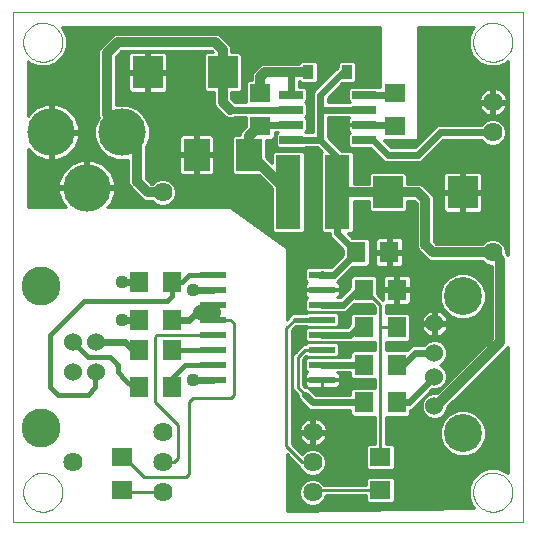
<source format=gtl>
G75*
G70*
%OFA0B0*%
%FSLAX24Y24*%
%IPPOS*%
%LPD*%
%AMOC8*
5,1,8,0,0,1.08239X$1,22.5*
%
%ADD10C,0.0000*%
%ADD11R,0.0866X0.0236*%
%ADD12C,0.0600*%
%ADD13C,0.1300*%
%ADD14C,0.1266*%
%ADD15R,0.0630X0.0709*%
%ADD16C,0.0640*%
%ADD17R,0.0709X0.0630*%
%ADD18C,0.1580*%
%ADD19R,0.1004X0.1063*%
%ADD20R,0.0800X0.0260*%
%ADD21R,0.0846X0.2480*%
%ADD22R,0.0850X0.1080*%
%ADD23R,0.0358X0.0480*%
%ADD24C,0.0100*%
%ADD25C,0.0240*%
%ADD26R,0.0436X0.0436*%
%ADD27C,0.0160*%
%ADD28C,0.0500*%
%ADD29C,0.0320*%
%ADD30C,0.0436*%
D10*
X003054Y000232D02*
X003054Y017232D01*
X020054Y017232D01*
X020054Y000232D01*
X003054Y000232D01*
X003404Y001232D02*
X003406Y001282D01*
X003412Y001332D01*
X003422Y001382D01*
X003435Y001430D01*
X003452Y001478D01*
X003473Y001524D01*
X003497Y001568D01*
X003525Y001610D01*
X003556Y001650D01*
X003590Y001687D01*
X003627Y001722D01*
X003666Y001753D01*
X003707Y001782D01*
X003751Y001807D01*
X003797Y001829D01*
X003844Y001847D01*
X003892Y001861D01*
X003941Y001872D01*
X003991Y001879D01*
X004041Y001882D01*
X004092Y001881D01*
X004142Y001876D01*
X004192Y001867D01*
X004240Y001855D01*
X004288Y001838D01*
X004334Y001818D01*
X004379Y001795D01*
X004422Y001768D01*
X004462Y001738D01*
X004500Y001705D01*
X004535Y001669D01*
X004568Y001630D01*
X004597Y001589D01*
X004623Y001546D01*
X004646Y001501D01*
X004665Y001454D01*
X004680Y001406D01*
X004692Y001357D01*
X004700Y001307D01*
X004704Y001257D01*
X004704Y001207D01*
X004700Y001157D01*
X004692Y001107D01*
X004680Y001058D01*
X004665Y001010D01*
X004646Y000963D01*
X004623Y000918D01*
X004597Y000875D01*
X004568Y000834D01*
X004535Y000795D01*
X004500Y000759D01*
X004462Y000726D01*
X004422Y000696D01*
X004379Y000669D01*
X004334Y000646D01*
X004288Y000626D01*
X004240Y000609D01*
X004192Y000597D01*
X004142Y000588D01*
X004092Y000583D01*
X004041Y000582D01*
X003991Y000585D01*
X003941Y000592D01*
X003892Y000603D01*
X003844Y000617D01*
X003797Y000635D01*
X003751Y000657D01*
X003707Y000682D01*
X003666Y000711D01*
X003627Y000742D01*
X003590Y000777D01*
X003556Y000814D01*
X003525Y000854D01*
X003497Y000896D01*
X003473Y000940D01*
X003452Y000986D01*
X003435Y001034D01*
X003422Y001082D01*
X003412Y001132D01*
X003406Y001182D01*
X003404Y001232D01*
X018404Y001232D02*
X018406Y001282D01*
X018412Y001332D01*
X018422Y001382D01*
X018435Y001430D01*
X018452Y001478D01*
X018473Y001524D01*
X018497Y001568D01*
X018525Y001610D01*
X018556Y001650D01*
X018590Y001687D01*
X018627Y001722D01*
X018666Y001753D01*
X018707Y001782D01*
X018751Y001807D01*
X018797Y001829D01*
X018844Y001847D01*
X018892Y001861D01*
X018941Y001872D01*
X018991Y001879D01*
X019041Y001882D01*
X019092Y001881D01*
X019142Y001876D01*
X019192Y001867D01*
X019240Y001855D01*
X019288Y001838D01*
X019334Y001818D01*
X019379Y001795D01*
X019422Y001768D01*
X019462Y001738D01*
X019500Y001705D01*
X019535Y001669D01*
X019568Y001630D01*
X019597Y001589D01*
X019623Y001546D01*
X019646Y001501D01*
X019665Y001454D01*
X019680Y001406D01*
X019692Y001357D01*
X019700Y001307D01*
X019704Y001257D01*
X019704Y001207D01*
X019700Y001157D01*
X019692Y001107D01*
X019680Y001058D01*
X019665Y001010D01*
X019646Y000963D01*
X019623Y000918D01*
X019597Y000875D01*
X019568Y000834D01*
X019535Y000795D01*
X019500Y000759D01*
X019462Y000726D01*
X019422Y000696D01*
X019379Y000669D01*
X019334Y000646D01*
X019288Y000626D01*
X019240Y000609D01*
X019192Y000597D01*
X019142Y000588D01*
X019092Y000583D01*
X019041Y000582D01*
X018991Y000585D01*
X018941Y000592D01*
X018892Y000603D01*
X018844Y000617D01*
X018797Y000635D01*
X018751Y000657D01*
X018707Y000682D01*
X018666Y000711D01*
X018627Y000742D01*
X018590Y000777D01*
X018556Y000814D01*
X018525Y000854D01*
X018497Y000896D01*
X018473Y000940D01*
X018452Y000986D01*
X018435Y001034D01*
X018422Y001082D01*
X018412Y001132D01*
X018406Y001182D01*
X018404Y001232D01*
X018404Y016232D02*
X018406Y016282D01*
X018412Y016332D01*
X018422Y016382D01*
X018435Y016430D01*
X018452Y016478D01*
X018473Y016524D01*
X018497Y016568D01*
X018525Y016610D01*
X018556Y016650D01*
X018590Y016687D01*
X018627Y016722D01*
X018666Y016753D01*
X018707Y016782D01*
X018751Y016807D01*
X018797Y016829D01*
X018844Y016847D01*
X018892Y016861D01*
X018941Y016872D01*
X018991Y016879D01*
X019041Y016882D01*
X019092Y016881D01*
X019142Y016876D01*
X019192Y016867D01*
X019240Y016855D01*
X019288Y016838D01*
X019334Y016818D01*
X019379Y016795D01*
X019422Y016768D01*
X019462Y016738D01*
X019500Y016705D01*
X019535Y016669D01*
X019568Y016630D01*
X019597Y016589D01*
X019623Y016546D01*
X019646Y016501D01*
X019665Y016454D01*
X019680Y016406D01*
X019692Y016357D01*
X019700Y016307D01*
X019704Y016257D01*
X019704Y016207D01*
X019700Y016157D01*
X019692Y016107D01*
X019680Y016058D01*
X019665Y016010D01*
X019646Y015963D01*
X019623Y015918D01*
X019597Y015875D01*
X019568Y015834D01*
X019535Y015795D01*
X019500Y015759D01*
X019462Y015726D01*
X019422Y015696D01*
X019379Y015669D01*
X019334Y015646D01*
X019288Y015626D01*
X019240Y015609D01*
X019192Y015597D01*
X019142Y015588D01*
X019092Y015583D01*
X019041Y015582D01*
X018991Y015585D01*
X018941Y015592D01*
X018892Y015603D01*
X018844Y015617D01*
X018797Y015635D01*
X018751Y015657D01*
X018707Y015682D01*
X018666Y015711D01*
X018627Y015742D01*
X018590Y015777D01*
X018556Y015814D01*
X018525Y015854D01*
X018497Y015896D01*
X018473Y015940D01*
X018452Y015986D01*
X018435Y016034D01*
X018422Y016082D01*
X018412Y016132D01*
X018406Y016182D01*
X018404Y016232D01*
X003404Y016232D02*
X003406Y016282D01*
X003412Y016332D01*
X003422Y016382D01*
X003435Y016430D01*
X003452Y016478D01*
X003473Y016524D01*
X003497Y016568D01*
X003525Y016610D01*
X003556Y016650D01*
X003590Y016687D01*
X003627Y016722D01*
X003666Y016753D01*
X003707Y016782D01*
X003751Y016807D01*
X003797Y016829D01*
X003844Y016847D01*
X003892Y016861D01*
X003941Y016872D01*
X003991Y016879D01*
X004041Y016882D01*
X004092Y016881D01*
X004142Y016876D01*
X004192Y016867D01*
X004240Y016855D01*
X004288Y016838D01*
X004334Y016818D01*
X004379Y016795D01*
X004422Y016768D01*
X004462Y016738D01*
X004500Y016705D01*
X004535Y016669D01*
X004568Y016630D01*
X004597Y016589D01*
X004623Y016546D01*
X004646Y016501D01*
X004665Y016454D01*
X004680Y016406D01*
X004692Y016357D01*
X004700Y016307D01*
X004704Y016257D01*
X004704Y016207D01*
X004700Y016157D01*
X004692Y016107D01*
X004680Y016058D01*
X004665Y016010D01*
X004646Y015963D01*
X004623Y015918D01*
X004597Y015875D01*
X004568Y015834D01*
X004535Y015795D01*
X004500Y015759D01*
X004462Y015726D01*
X004422Y015696D01*
X004379Y015669D01*
X004334Y015646D01*
X004288Y015626D01*
X004240Y015609D01*
X004192Y015597D01*
X004142Y015588D01*
X004092Y015583D01*
X004041Y015582D01*
X003991Y015585D01*
X003941Y015592D01*
X003892Y015603D01*
X003844Y015617D01*
X003797Y015635D01*
X003751Y015657D01*
X003707Y015682D01*
X003666Y015711D01*
X003627Y015742D01*
X003590Y015777D01*
X003556Y015814D01*
X003525Y015854D01*
X003497Y015896D01*
X003473Y015940D01*
X003452Y015986D01*
X003435Y016034D01*
X003422Y016082D01*
X003412Y016132D01*
X003406Y016182D01*
X003404Y016232D01*
D11*
X009743Y008482D03*
X009743Y007982D03*
X009743Y007482D03*
X009743Y006982D03*
X009743Y006482D03*
X009743Y005982D03*
X009743Y005482D03*
X009743Y004982D03*
X013365Y004982D03*
X013365Y005482D03*
X013365Y005982D03*
X013365Y006482D03*
X013365Y006982D03*
X013365Y007482D03*
X013365Y007982D03*
X013365Y008482D03*
D12*
X017109Y006860D03*
X017109Y005876D03*
X017109Y005088D03*
X017109Y004104D03*
X005834Y005240D03*
X005054Y005240D03*
X005054Y006224D03*
X005834Y006224D03*
D13*
X003984Y008102D03*
X003984Y003362D03*
D14*
X018054Y003198D03*
X018054Y007765D03*
D15*
X015855Y007982D03*
X014753Y007982D03*
X014753Y006732D03*
X015855Y006732D03*
X015855Y005482D03*
X014753Y005482D03*
X014753Y004232D03*
X015855Y004232D03*
X015605Y009232D03*
X014503Y009232D03*
X008355Y008232D03*
X007253Y008232D03*
X007253Y006982D03*
X007253Y005982D03*
X008355Y005982D03*
X008355Y006982D03*
X008355Y004732D03*
X007253Y004732D03*
D16*
X008054Y003232D03*
X008054Y002232D03*
X008054Y001232D03*
X005054Y002232D03*
X013054Y002232D03*
X013054Y001232D03*
X013054Y003232D03*
X019054Y009232D03*
X019054Y013232D03*
X019054Y014232D03*
X008054Y011232D03*
D17*
X011304Y013431D03*
X011304Y014533D03*
X015804Y014533D03*
X015804Y013431D03*
X015304Y002408D03*
X015304Y001306D03*
X006679Y001306D03*
X006679Y002408D03*
D18*
X005516Y011381D03*
X004335Y013232D03*
X006698Y013232D03*
D19*
X007556Y015232D03*
X010052Y015232D03*
X015556Y011232D03*
X018052Y011232D03*
D20*
X014764Y012982D03*
X014764Y013482D03*
X014764Y013982D03*
X014764Y014482D03*
X012344Y014482D03*
X012344Y013982D03*
X012344Y013482D03*
X012344Y012982D03*
D21*
X012237Y011232D03*
X013871Y011232D03*
D22*
X010924Y012482D03*
X009184Y012482D03*
D23*
X012910Y015232D03*
X014198Y015232D03*
D24*
X014507Y015210D02*
X015304Y015210D01*
X015304Y015112D02*
X014507Y015112D01*
X014507Y015013D02*
X015304Y015013D01*
X015304Y014915D02*
X014484Y014915D01*
X014507Y014938D02*
X014507Y015526D01*
X014431Y015602D01*
X013965Y015602D01*
X013888Y015526D01*
X013888Y015420D01*
X013162Y014694D01*
X013092Y014623D01*
X013054Y014532D01*
X013054Y013932D01*
X013054Y013232D01*
X012808Y013232D01*
X012874Y013298D01*
X012874Y013666D01*
X012808Y013732D01*
X013054Y013732D01*
X013054Y013634D02*
X012874Y013634D01*
X012874Y013535D02*
X013054Y013535D01*
X013054Y013437D02*
X012874Y013437D01*
X012874Y013338D02*
X013054Y013338D01*
X013054Y013240D02*
X012815Y013240D01*
X012808Y013732D02*
X012874Y013798D01*
X012874Y014166D01*
X012808Y014232D01*
X012874Y014298D01*
X012874Y014666D01*
X012798Y014742D01*
X012594Y014742D01*
X012594Y014942D01*
X012601Y014942D01*
X012601Y014938D01*
X012677Y014862D01*
X013143Y014862D01*
X013219Y014938D01*
X013219Y015526D01*
X013143Y015602D01*
X012677Y015602D01*
X012601Y015526D01*
X012601Y015522D01*
X012316Y015522D01*
X011512Y015522D01*
X011396Y015522D01*
X011290Y015478D01*
X011058Y015246D01*
X011014Y015139D01*
X011014Y015024D01*
X011014Y014978D01*
X010896Y014978D01*
X010820Y014902D01*
X010820Y014232D01*
X010464Y014232D01*
X010344Y014352D01*
X010344Y014570D01*
X010608Y014570D01*
X010684Y014646D01*
X010684Y015817D01*
X010608Y015893D01*
X010342Y015893D01*
X010342Y015926D01*
X010342Y016041D01*
X010298Y016148D01*
X009968Y016478D01*
X009862Y016522D01*
X009746Y016522D01*
X006612Y016522D01*
X006496Y016522D01*
X006390Y016478D01*
X005952Y016040D01*
X005908Y015933D01*
X005908Y015818D01*
X005908Y013896D01*
X005908Y013780D01*
X005919Y013754D01*
X005918Y013753D01*
X005778Y013415D01*
X005778Y013049D01*
X005918Y012711D01*
X006176Y012452D01*
X006515Y012312D01*
X006881Y012312D01*
X006908Y012323D01*
X006908Y011646D01*
X006908Y011530D01*
X006952Y011424D01*
X007390Y010986D01*
X007496Y010942D01*
X007612Y010942D01*
X007707Y010942D01*
X007799Y010850D01*
X007964Y010782D01*
X008143Y010782D01*
X008309Y010850D01*
X008435Y010977D01*
X008504Y011142D01*
X008504Y011321D01*
X008435Y011487D01*
X008309Y011613D01*
X008143Y011682D01*
X007964Y011682D01*
X007799Y011613D01*
X007707Y011522D01*
X007674Y011522D01*
X007488Y011708D01*
X007488Y012674D01*
X007488Y012735D01*
X007618Y013049D01*
X007618Y013415D01*
X007477Y013753D01*
X007219Y014012D01*
X006881Y014152D01*
X006515Y014152D01*
X006488Y014141D01*
X006488Y015755D01*
X006674Y015942D01*
X009684Y015942D01*
X009732Y015893D01*
X009496Y015893D01*
X009420Y015817D01*
X009420Y014646D01*
X009496Y014570D01*
X009764Y014570D01*
X009764Y014174D01*
X009808Y014068D01*
X009890Y013986D01*
X010140Y013736D01*
X010246Y013692D01*
X010362Y013692D01*
X010458Y013732D01*
X010820Y013732D01*
X010820Y013408D01*
X010678Y013266D01*
X010634Y013160D01*
X010634Y013152D01*
X010445Y013152D01*
X010369Y013076D01*
X010369Y011888D01*
X010445Y011812D01*
X011247Y011812D01*
X011684Y011375D01*
X011684Y009938D01*
X011760Y009862D01*
X012714Y009862D01*
X012790Y009938D01*
X012790Y012526D01*
X012714Y012602D01*
X011760Y012602D01*
X011684Y012526D01*
X011684Y012195D01*
X011479Y012400D01*
X011479Y012986D01*
X011712Y012986D01*
X011788Y013062D01*
X011788Y013232D01*
X011880Y013232D01*
X011880Y013232D01*
X011814Y013166D01*
X011814Y012798D01*
X011890Y012722D01*
X012798Y012722D01*
X012808Y012732D01*
X013200Y012732D01*
X013362Y012570D01*
X013318Y012526D01*
X013318Y009938D01*
X013394Y009862D01*
X013621Y009862D01*
X013621Y009814D01*
X013659Y009722D01*
X014058Y009323D01*
X014058Y009140D01*
X013649Y008732D01*
X013428Y008732D01*
X013405Y008742D01*
X013305Y008742D01*
X013282Y008732D01*
X013254Y008732D01*
X013250Y008730D01*
X012878Y008730D01*
X012802Y008654D01*
X012802Y008310D01*
X012866Y008246D01*
X012782Y008162D01*
X012782Y007991D01*
X013356Y007991D01*
X013356Y007973D01*
X012782Y007973D01*
X012782Y007802D01*
X012866Y007718D01*
X012802Y007654D01*
X012802Y007310D01*
X012878Y007234D01*
X013311Y007234D01*
X013315Y007232D01*
X014104Y007232D01*
X014195Y007270D01*
X014266Y007340D01*
X014423Y007497D01*
X015034Y007497D01*
X015124Y007407D01*
X015124Y007214D01*
X015121Y007216D01*
X014384Y007216D01*
X014308Y007140D01*
X014308Y006839D01*
X014200Y006732D01*
X013315Y006732D01*
X013311Y006730D01*
X012878Y006730D01*
X012802Y006654D01*
X012802Y006310D01*
X012878Y006234D01*
X013311Y006234D01*
X013315Y006232D01*
X014354Y006232D01*
X014391Y006247D01*
X015121Y006247D01*
X015124Y006250D01*
X015124Y005964D01*
X015121Y005966D01*
X014384Y005966D01*
X014308Y005890D01*
X014308Y005732D01*
X014004Y005732D01*
X013315Y005732D01*
X013311Y005730D01*
X012878Y005730D01*
X012802Y005654D01*
X012802Y005310D01*
X012866Y005246D01*
X012782Y005162D01*
X012782Y004991D01*
X013356Y004991D01*
X013356Y004973D01*
X012782Y004973D01*
X012782Y004802D01*
X012852Y004732D01*
X012808Y004732D01*
X012734Y004806D01*
X012734Y005657D01*
X012844Y005768D01*
X012878Y005734D01*
X013852Y005734D01*
X013928Y005810D01*
X013928Y006154D01*
X013852Y006230D01*
X012878Y006230D01*
X012810Y006162D01*
X012729Y006162D01*
X012479Y005912D01*
X012374Y005806D01*
X012374Y004806D01*
X012374Y004657D01*
X012554Y004477D01*
X012554Y004432D01*
X012592Y004340D01*
X012912Y004020D01*
X013004Y003982D01*
X013104Y003982D01*
X014308Y003982D01*
X014308Y003824D01*
X014384Y003747D01*
X015121Y003747D01*
X015124Y003750D01*
X015124Y002853D01*
X014896Y002853D01*
X014820Y002777D01*
X014820Y002039D01*
X014896Y001963D01*
X015712Y001963D01*
X015788Y002039D01*
X015788Y002777D01*
X015712Y002853D01*
X015484Y002853D01*
X015484Y003750D01*
X015486Y003747D01*
X016224Y003747D01*
X016300Y003824D01*
X016300Y003982D01*
X016302Y003982D01*
X016394Y004020D01*
X017032Y004658D01*
X017194Y004658D01*
X017353Y004724D01*
X017473Y004845D01*
X017539Y005003D01*
X017539Y005174D01*
X017473Y005332D01*
X017353Y005453D01*
X017282Y005482D01*
X017353Y005511D01*
X017473Y005632D01*
X017539Y005790D01*
X017539Y005961D01*
X017473Y006119D01*
X017353Y006240D01*
X017194Y006305D01*
X017023Y006305D01*
X016865Y006240D01*
X016751Y006125D01*
X016497Y006125D01*
X016398Y006125D01*
X016306Y006087D01*
X016185Y005966D01*
X015486Y005966D01*
X015484Y005964D01*
X015484Y006250D01*
X015486Y006247D01*
X016224Y006247D01*
X016300Y006324D01*
X016300Y007140D01*
X016224Y007216D01*
X015486Y007216D01*
X015484Y007214D01*
X015484Y007477D01*
X015805Y007477D01*
X015805Y007932D01*
X015390Y007932D01*
X015390Y007650D01*
X015378Y007662D01*
X015198Y007843D01*
X015198Y008390D01*
X015121Y008466D01*
X014384Y008466D01*
X014308Y008390D01*
X014308Y008089D01*
X013950Y007732D01*
X013878Y007732D01*
X013948Y007802D01*
X013948Y007973D01*
X013374Y007973D01*
X013374Y007991D01*
X013948Y007991D01*
X013948Y008162D01*
X013864Y008246D01*
X013883Y008265D01*
X013894Y008270D01*
X013965Y008340D01*
X014372Y008747D01*
X014871Y008747D01*
X014948Y008824D01*
X014948Y009640D01*
X014871Y009716D01*
X014372Y009716D01*
X014226Y009862D01*
X014348Y009862D01*
X014424Y009938D01*
X014424Y010942D01*
X014924Y010942D01*
X014924Y010646D01*
X015000Y010570D01*
X016112Y010570D01*
X016188Y010646D01*
X016188Y010942D01*
X016434Y010942D01*
X016514Y010862D01*
X016514Y009424D01*
X016558Y009318D01*
X016640Y009236D01*
X016890Y008986D01*
X016996Y008942D01*
X017112Y008942D01*
X018707Y008942D01*
X018799Y008850D01*
X018964Y008782D01*
X019014Y008782D01*
X019014Y006352D01*
X017195Y004533D01*
X017194Y004534D01*
X017023Y004534D01*
X016865Y004468D01*
X016744Y004347D01*
X016679Y004189D01*
X016679Y004018D01*
X016744Y003860D01*
X016865Y003739D01*
X017023Y003674D01*
X017194Y003674D01*
X017353Y003739D01*
X017473Y003860D01*
X017539Y004018D01*
X017539Y004057D01*
X019468Y005986D01*
X019468Y005986D01*
X019550Y006068D01*
X019554Y006078D01*
X019554Y001863D01*
X019507Y001910D01*
X019213Y002032D01*
X018895Y002032D01*
X018601Y001910D01*
X018376Y001685D01*
X018254Y001391D01*
X018254Y001073D01*
X018376Y000779D01*
X018441Y000713D01*
X012179Y000607D01*
X012179Y002502D01*
X012629Y002052D01*
X012641Y002052D01*
X012672Y001977D01*
X012799Y001850D01*
X012964Y001782D01*
X013143Y001782D01*
X013309Y001850D01*
X013435Y001977D01*
X013504Y002142D01*
X013504Y002321D01*
X013435Y002487D01*
X013309Y002613D01*
X013143Y002682D01*
X012964Y002682D01*
X012799Y002613D01*
X012688Y002502D01*
X012354Y002836D01*
X012354Y006627D01*
X012498Y006772D01*
X012840Y006772D01*
X012878Y006734D01*
X013852Y006734D01*
X013928Y006810D01*
X013928Y007154D01*
X013852Y007230D01*
X012878Y007230D01*
X012840Y007192D01*
X012367Y007192D01*
X012244Y007069D01*
X012244Y007026D01*
X012179Y006961D01*
X012179Y009357D01*
X010304Y010732D01*
X006196Y010732D01*
X006313Y010849D01*
X006456Y011194D01*
X006456Y011331D01*
X005567Y011331D01*
X005567Y011431D01*
X006456Y011431D01*
X006456Y011568D01*
X006313Y011914D01*
X006049Y012178D01*
X005703Y012321D01*
X005566Y012321D01*
X005566Y011432D01*
X005466Y011432D01*
X005466Y012321D01*
X005329Y012321D01*
X004984Y012178D01*
X004720Y011914D01*
X004576Y011568D01*
X004576Y011431D01*
X005466Y011431D01*
X005466Y011331D01*
X004576Y011331D01*
X004576Y011194D01*
X004720Y010849D01*
X004837Y010732D01*
X003554Y010732D01*
X003554Y012684D01*
X003803Y012435D01*
X004148Y012292D01*
X004285Y012292D01*
X004285Y013182D01*
X004385Y013182D01*
X004385Y012292D01*
X004522Y012292D01*
X004868Y012435D01*
X005132Y012699D01*
X005275Y013045D01*
X005275Y013182D01*
X004386Y013182D01*
X004386Y013282D01*
X005275Y013282D01*
X005275Y013419D01*
X005132Y013764D01*
X004868Y014029D01*
X004522Y014172D01*
X004385Y014172D01*
X004385Y013282D01*
X004285Y013282D01*
X004285Y014172D01*
X004148Y014172D01*
X003803Y014029D01*
X003554Y013780D01*
X003554Y015600D01*
X003601Y015554D01*
X003895Y015432D01*
X004213Y015432D01*
X004507Y015554D01*
X004732Y015779D01*
X004854Y016073D01*
X004854Y016391D01*
X004732Y016685D01*
X004685Y016732D01*
X015304Y016732D01*
X015304Y014732D01*
X015228Y014732D01*
X015218Y014742D01*
X014310Y014742D01*
X014234Y014666D01*
X014234Y014298D01*
X014300Y014232D01*
X013554Y014232D01*
X013554Y014378D01*
X014037Y014862D01*
X014431Y014862D01*
X014507Y014938D01*
X014286Y014718D02*
X013893Y014718D01*
X013992Y014816D02*
X015304Y014816D01*
X015304Y015309D02*
X014507Y015309D01*
X014507Y015407D02*
X015304Y015407D01*
X015304Y015506D02*
X014507Y015506D01*
X013888Y015506D02*
X013219Y015506D01*
X013219Y015407D02*
X013876Y015407D01*
X013777Y015309D02*
X013219Y015309D01*
X013219Y015210D02*
X013679Y015210D01*
X013580Y015112D02*
X013219Y015112D01*
X013219Y015013D02*
X013482Y015013D01*
X013383Y014915D02*
X013196Y014915D01*
X013285Y014816D02*
X012594Y014816D01*
X012594Y014915D02*
X012624Y014915D01*
X012822Y014718D02*
X013186Y014718D01*
X013090Y014619D02*
X012874Y014619D01*
X012874Y014521D02*
X013054Y014521D01*
X013054Y014422D02*
X012874Y014422D01*
X012874Y014324D02*
X013054Y014324D01*
X013054Y014225D02*
X012814Y014225D01*
X012874Y014126D02*
X013054Y014126D01*
X013054Y014028D02*
X012874Y014028D01*
X012874Y013929D02*
X013054Y013929D01*
X013054Y013831D02*
X012874Y013831D01*
X013554Y013732D02*
X014272Y013732D01*
X014214Y013674D01*
X014214Y013497D01*
X014749Y013497D01*
X014749Y013467D01*
X014214Y013467D01*
X014214Y013290D01*
X014286Y013218D01*
X014234Y013166D01*
X014234Y012798D01*
X014310Y012722D01*
X014960Y012722D01*
X015342Y012340D01*
X015412Y012270D01*
X015504Y012232D01*
X016504Y012232D01*
X016604Y012232D01*
X016695Y012270D01*
X017407Y012982D01*
X018670Y012982D01*
X018672Y012977D01*
X018799Y012850D01*
X018964Y012782D01*
X019143Y012782D01*
X019309Y012850D01*
X019435Y012977D01*
X019504Y013142D01*
X019504Y013321D01*
X019435Y013487D01*
X019309Y013613D01*
X019143Y013682D01*
X018964Y013682D01*
X018799Y013613D01*
X018672Y013487D01*
X018670Y013482D01*
X017354Y013482D01*
X017254Y013482D01*
X017162Y013444D01*
X016450Y012732D01*
X015657Y012732D01*
X015423Y012966D01*
X015754Y012966D01*
X015754Y012982D01*
X015854Y012982D01*
X015854Y012966D01*
X016220Y012966D01*
X016236Y012982D01*
X016554Y012982D01*
X016554Y016732D01*
X018422Y016732D01*
X018376Y016685D01*
X018254Y016391D01*
X018254Y016073D01*
X018376Y015779D01*
X018601Y015554D01*
X018895Y015432D01*
X019213Y015432D01*
X019507Y015554D01*
X019554Y015600D01*
X019554Y009136D01*
X019550Y009146D01*
X019504Y009192D01*
X019504Y009321D01*
X019435Y009487D01*
X019309Y009613D01*
X019143Y009682D01*
X018964Y009682D01*
X018799Y009613D01*
X018707Y009522D01*
X017174Y009522D01*
X017094Y009602D01*
X017094Y010924D01*
X017094Y011039D01*
X017050Y011146D01*
X016800Y011396D01*
X016718Y011478D01*
X016612Y011522D01*
X016188Y011522D01*
X016188Y011817D01*
X016112Y011893D01*
X015000Y011893D01*
X014924Y011817D01*
X014924Y011522D01*
X014424Y011522D01*
X014424Y012526D01*
X014348Y012602D01*
X014025Y012602D01*
X014016Y012623D01*
X013945Y012694D01*
X013554Y013085D01*
X013554Y013732D01*
X013554Y013634D02*
X014214Y013634D01*
X014214Y013535D02*
X013554Y013535D01*
X013554Y013437D02*
X014214Y013437D01*
X014214Y013338D02*
X013554Y013338D01*
X013554Y013240D02*
X014264Y013240D01*
X014234Y013141D02*
X013554Y013141D01*
X013597Y013042D02*
X014234Y013042D01*
X014234Y012944D02*
X013695Y012944D01*
X013794Y012845D02*
X014234Y012845D01*
X014285Y012747D02*
X013892Y012747D01*
X013991Y012648D02*
X015034Y012648D01*
X015132Y012550D02*
X014400Y012550D01*
X014424Y012451D02*
X015231Y012451D01*
X015329Y012353D02*
X014424Y012353D01*
X014424Y012254D02*
X015450Y012254D01*
X015642Y012747D02*
X016465Y012747D01*
X016564Y012845D02*
X015544Y012845D01*
X015445Y012944D02*
X016662Y012944D01*
X016761Y013042D02*
X016554Y013042D01*
X016554Y013141D02*
X016860Y013141D01*
X016958Y013240D02*
X016554Y013240D01*
X016554Y013338D02*
X017057Y013338D01*
X017155Y013437D02*
X016554Y013437D01*
X016554Y013535D02*
X018721Y013535D01*
X018848Y013634D02*
X016554Y013634D01*
X016554Y013732D02*
X019554Y013732D01*
X019554Y013634D02*
X019259Y013634D01*
X019387Y013535D02*
X019554Y013535D01*
X019554Y013437D02*
X019456Y013437D01*
X019497Y013338D02*
X019554Y013338D01*
X019554Y013240D02*
X019504Y013240D01*
X019503Y013141D02*
X019554Y013141D01*
X019554Y013042D02*
X019462Y013042D01*
X019402Y012944D02*
X019554Y012944D01*
X019554Y012845D02*
X019297Y012845D01*
X019554Y012747D02*
X017172Y012747D01*
X017074Y012648D02*
X019554Y012648D01*
X019554Y012550D02*
X016975Y012550D01*
X016877Y012451D02*
X019554Y012451D01*
X019554Y012353D02*
X016778Y012353D01*
X016657Y012254D02*
X019554Y012254D01*
X019554Y012156D02*
X014424Y012156D01*
X014424Y012057D02*
X019554Y012057D01*
X019554Y011958D02*
X014424Y011958D01*
X014424Y011860D02*
X014967Y011860D01*
X014924Y011761D02*
X014424Y011761D01*
X014424Y011663D02*
X014924Y011663D01*
X014924Y011564D02*
X014424Y011564D01*
X014424Y010874D02*
X014924Y010874D01*
X014924Y010776D02*
X014424Y010776D01*
X014424Y010677D02*
X014924Y010677D01*
X014991Y010579D02*
X014424Y010579D01*
X014424Y010480D02*
X016514Y010480D01*
X016514Y010382D02*
X014424Y010382D01*
X014424Y010283D02*
X016514Y010283D01*
X016514Y010185D02*
X014424Y010185D01*
X014424Y010086D02*
X016514Y010086D01*
X016514Y009988D02*
X014424Y009988D01*
X014375Y009889D02*
X016514Y009889D01*
X016514Y009791D02*
X014297Y009791D01*
X013886Y009495D02*
X011991Y009495D01*
X012125Y009396D02*
X013985Y009396D01*
X014058Y009298D02*
X012179Y009298D01*
X012179Y009199D02*
X014058Y009199D01*
X014018Y009101D02*
X012179Y009101D01*
X012179Y009002D02*
X013920Y009002D01*
X013821Y008904D02*
X012179Y008904D01*
X012179Y008805D02*
X013722Y008805D01*
X014035Y008411D02*
X014329Y008411D01*
X014308Y008312D02*
X013937Y008312D01*
X013965Y008340D02*
X013965Y008340D01*
X013896Y008214D02*
X014308Y008214D01*
X014308Y008115D02*
X013948Y008115D01*
X013948Y008017D02*
X014235Y008017D01*
X014137Y007918D02*
X013948Y007918D01*
X013948Y007820D02*
X014038Y007820D01*
X014351Y007425D02*
X015106Y007425D01*
X015124Y007327D02*
X014252Y007327D01*
X014308Y007130D02*
X013928Y007130D01*
X013928Y007031D02*
X014308Y007031D01*
X014308Y006933D02*
X013928Y006933D01*
X013928Y006834D02*
X014303Y006834D01*
X014204Y006736D02*
X013854Y006736D01*
X013853Y007228D02*
X015124Y007228D01*
X015304Y007482D02*
X015304Y006732D01*
X015855Y006732D01*
X016300Y006736D02*
X016673Y006736D01*
X016659Y006770D02*
X016727Y006605D01*
X016854Y006478D01*
X017019Y006410D01*
X017069Y006410D01*
X017069Y006819D01*
X017149Y006819D01*
X017149Y006410D01*
X017198Y006410D01*
X017364Y006478D01*
X017490Y006605D01*
X017559Y006770D01*
X017559Y006820D01*
X017149Y006820D01*
X017149Y006900D01*
X017069Y006900D01*
X017069Y007310D01*
X017019Y007310D01*
X016854Y007241D01*
X016727Y007115D01*
X016659Y006949D01*
X016659Y006900D01*
X017069Y006900D01*
X017069Y006820D01*
X016659Y006820D01*
X016659Y006770D01*
X016714Y006637D02*
X016300Y006637D01*
X016300Y006539D02*
X016794Y006539D01*
X016946Y006440D02*
X016300Y006440D01*
X016300Y006341D02*
X019003Y006341D01*
X019014Y006440D02*
X017272Y006440D01*
X017149Y006440D02*
X017069Y006440D01*
X017069Y006539D02*
X017149Y006539D01*
X017149Y006637D02*
X017069Y006637D01*
X017069Y006736D02*
X017149Y006736D01*
X017149Y006834D02*
X019014Y006834D01*
X019014Y006736D02*
X017545Y006736D01*
X017504Y006637D02*
X019014Y006637D01*
X019014Y006539D02*
X017424Y006539D01*
X017345Y006243D02*
X018905Y006243D01*
X018806Y006144D02*
X017448Y006144D01*
X017504Y006046D02*
X018708Y006046D01*
X018609Y005947D02*
X017539Y005947D01*
X017539Y005849D02*
X018511Y005849D01*
X018412Y005750D02*
X017522Y005750D01*
X017482Y005652D02*
X018314Y005652D01*
X018215Y005553D02*
X017395Y005553D01*
X017348Y005455D02*
X018117Y005455D01*
X018018Y005356D02*
X017449Y005356D01*
X017504Y005258D02*
X017919Y005258D01*
X017821Y005159D02*
X017539Y005159D01*
X017539Y005060D02*
X017722Y005060D01*
X017624Y004962D02*
X017522Y004962D01*
X017525Y004863D02*
X017481Y004863D01*
X017427Y004765D02*
X017394Y004765D01*
X017328Y004666D02*
X017214Y004666D01*
X017230Y004568D02*
X016942Y004568D01*
X016867Y004469D02*
X016844Y004469D01*
X016768Y004371D02*
X016745Y004371D01*
X016713Y004272D02*
X016646Y004272D01*
X016679Y004174D02*
X016548Y004174D01*
X016449Y004075D02*
X016679Y004075D01*
X016696Y003976D02*
X016300Y003976D01*
X016300Y003878D02*
X016737Y003878D01*
X016825Y003779D02*
X016256Y003779D01*
X017007Y003681D02*
X015484Y003681D01*
X015484Y003582D02*
X017387Y003582D01*
X017407Y003631D02*
X017291Y003350D01*
X017291Y003047D01*
X017407Y002766D01*
X017622Y002551D01*
X017902Y002435D01*
X018206Y002435D01*
X018486Y002551D01*
X018701Y002766D01*
X018817Y003047D01*
X018817Y003350D01*
X018701Y003631D01*
X018486Y003845D01*
X018206Y003961D01*
X017902Y003961D01*
X017622Y003845D01*
X017407Y003631D01*
X017457Y003681D02*
X017211Y003681D01*
X017393Y003779D02*
X017556Y003779D01*
X017481Y003878D02*
X017701Y003878D01*
X017522Y003976D02*
X019554Y003976D01*
X019554Y003878D02*
X018407Y003878D01*
X018552Y003779D02*
X019554Y003779D01*
X019554Y003681D02*
X018650Y003681D01*
X018721Y003582D02*
X019554Y003582D01*
X019554Y003484D02*
X018762Y003484D01*
X018802Y003385D02*
X019554Y003385D01*
X019554Y003287D02*
X018817Y003287D01*
X018817Y003188D02*
X019554Y003188D01*
X019554Y003090D02*
X018817Y003090D01*
X018794Y002991D02*
X019554Y002991D01*
X019554Y002892D02*
X018753Y002892D01*
X018712Y002794D02*
X019554Y002794D01*
X019554Y002695D02*
X018630Y002695D01*
X018531Y002597D02*
X019554Y002597D01*
X019554Y002498D02*
X018358Y002498D01*
X017750Y002498D02*
X015788Y002498D01*
X015788Y002400D02*
X019554Y002400D01*
X019554Y002301D02*
X015788Y002301D01*
X015788Y002203D02*
X019554Y002203D01*
X019554Y002104D02*
X015788Y002104D01*
X015755Y002006D02*
X018831Y002006D01*
X018598Y001907D02*
X013365Y001907D01*
X013447Y002006D02*
X014853Y002006D01*
X014820Y002104D02*
X013488Y002104D01*
X013504Y002203D02*
X014820Y002203D01*
X014820Y002301D02*
X013504Y002301D01*
X013471Y002400D02*
X014820Y002400D01*
X014820Y002498D02*
X013424Y002498D01*
X013325Y002597D02*
X014820Y002597D01*
X014820Y002695D02*
X012495Y002695D01*
X012593Y002597D02*
X012783Y002597D01*
X012883Y002794D02*
X012396Y002794D01*
X012354Y002892D02*
X012728Y002892D01*
X012788Y002833D02*
X012960Y002762D01*
X013004Y002762D01*
X013004Y003182D01*
X013104Y003182D01*
X013104Y003282D01*
X013004Y003282D01*
X013004Y003702D01*
X012960Y003702D01*
X012788Y003630D01*
X012655Y003498D01*
X012584Y003325D01*
X012584Y003282D01*
X013004Y003282D01*
X013004Y003182D01*
X012584Y003182D01*
X012584Y003138D01*
X012655Y002966D01*
X012788Y002833D01*
X012645Y002991D02*
X012354Y002991D01*
X012354Y003090D02*
X012604Y003090D01*
X012584Y003287D02*
X012354Y003287D01*
X012354Y003385D02*
X012609Y003385D01*
X012649Y003484D02*
X012354Y003484D01*
X012354Y003582D02*
X012740Y003582D01*
X012910Y003681D02*
X012354Y003681D01*
X012354Y003779D02*
X014352Y003779D01*
X014308Y003878D02*
X012354Y003878D01*
X012354Y003976D02*
X014308Y003976D01*
X014308Y004482D02*
X013157Y004482D01*
X012945Y004694D01*
X012897Y004714D01*
X013356Y004714D01*
X013356Y004972D01*
X013374Y004972D01*
X013374Y004714D01*
X013860Y004714D01*
X013948Y004802D01*
X013948Y004973D01*
X013374Y004973D01*
X013374Y004991D01*
X013948Y004991D01*
X013948Y005162D01*
X013878Y005232D01*
X014004Y005232D01*
X014308Y005232D01*
X014308Y005074D01*
X014384Y004997D01*
X015121Y004997D01*
X015124Y005000D01*
X015124Y004714D01*
X015121Y004716D01*
X014384Y004716D01*
X014308Y004640D01*
X014308Y004482D01*
X014308Y004568D02*
X013071Y004568D01*
X012973Y004666D02*
X014334Y004666D01*
X013948Y004863D02*
X015124Y004863D01*
X015124Y004765D02*
X013911Y004765D01*
X013948Y004962D02*
X015124Y004962D01*
X014321Y005060D02*
X013948Y005060D01*
X013948Y005159D02*
X014308Y005159D01*
X014308Y005750D02*
X013868Y005750D01*
X013928Y005849D02*
X014308Y005849D01*
X014365Y005947D02*
X013928Y005947D01*
X013928Y006046D02*
X015124Y006046D01*
X015124Y006144D02*
X013928Y006144D01*
X014380Y006243D02*
X015124Y006243D01*
X015484Y006243D02*
X016873Y006243D01*
X016770Y006144D02*
X015484Y006144D01*
X015484Y006046D02*
X016264Y006046D01*
X015304Y006732D02*
X015304Y002408D01*
X015788Y002597D02*
X017576Y002597D01*
X017478Y002695D02*
X015788Y002695D01*
X015771Y002794D02*
X017395Y002794D01*
X017355Y002892D02*
X015484Y002892D01*
X015484Y002991D02*
X017314Y002991D01*
X017291Y003090D02*
X015484Y003090D01*
X015484Y003188D02*
X017291Y003188D01*
X017291Y003287D02*
X015484Y003287D01*
X015484Y003385D02*
X017305Y003385D01*
X017346Y003484D02*
X015484Y003484D01*
X015124Y003484D02*
X013458Y003484D01*
X013452Y003498D02*
X013524Y003325D01*
X013524Y003282D01*
X013104Y003282D01*
X013104Y003702D01*
X013147Y003702D01*
X013320Y003630D01*
X013452Y003498D01*
X013368Y003582D02*
X015124Y003582D01*
X015124Y003681D02*
X013198Y003681D01*
X013104Y003681D02*
X013004Y003681D01*
X013004Y003582D02*
X013104Y003582D01*
X013104Y003484D02*
X013004Y003484D01*
X013004Y003385D02*
X013104Y003385D01*
X013104Y003287D02*
X013004Y003287D01*
X013004Y003188D02*
X012354Y003188D01*
X012174Y002762D02*
X012704Y002232D01*
X013054Y002232D01*
X012660Y002006D02*
X012179Y002006D01*
X012179Y002104D02*
X012577Y002104D01*
X012478Y002203D02*
X012179Y002203D01*
X012179Y002301D02*
X012380Y002301D01*
X012281Y002400D02*
X012179Y002400D01*
X012179Y002498D02*
X012183Y002498D01*
X012174Y002762D02*
X012174Y006702D01*
X012454Y006982D01*
X012305Y007130D02*
X012179Y007130D01*
X012179Y007228D02*
X012876Y007228D01*
X012802Y007327D02*
X012179Y007327D01*
X012179Y007425D02*
X012802Y007425D01*
X012802Y007524D02*
X012179Y007524D01*
X012179Y007623D02*
X012802Y007623D01*
X012862Y007721D02*
X012179Y007721D01*
X012179Y007820D02*
X012782Y007820D01*
X012782Y007918D02*
X012179Y007918D01*
X012179Y008017D02*
X012782Y008017D01*
X012782Y008115D02*
X012179Y008115D01*
X012179Y008214D02*
X012834Y008214D01*
X012802Y008312D02*
X012179Y008312D01*
X012179Y008411D02*
X012802Y008411D01*
X012802Y008509D02*
X012179Y008509D01*
X012179Y008608D02*
X012802Y008608D01*
X012855Y008707D02*
X012179Y008707D01*
X011856Y009593D02*
X013788Y009593D01*
X013689Y009692D02*
X011722Y009692D01*
X011587Y009791D02*
X013630Y009791D01*
X013366Y009889D02*
X012741Y009889D01*
X012790Y009988D02*
X013318Y009988D01*
X013318Y010086D02*
X012790Y010086D01*
X012790Y010185D02*
X013318Y010185D01*
X013318Y010283D02*
X012790Y010283D01*
X012790Y010382D02*
X013318Y010382D01*
X013318Y010480D02*
X012790Y010480D01*
X012790Y010579D02*
X013318Y010579D01*
X013318Y010677D02*
X012790Y010677D01*
X012790Y010776D02*
X013318Y010776D01*
X013318Y010874D02*
X012790Y010874D01*
X012790Y010973D02*
X013318Y010973D01*
X013318Y011072D02*
X012790Y011072D01*
X012790Y011170D02*
X013318Y011170D01*
X013318Y011269D02*
X012790Y011269D01*
X012790Y011367D02*
X013318Y011367D01*
X013318Y011466D02*
X012790Y011466D01*
X012790Y011564D02*
X013318Y011564D01*
X013318Y011663D02*
X012790Y011663D01*
X012790Y011761D02*
X013318Y011761D01*
X013318Y011860D02*
X012790Y011860D01*
X012790Y011958D02*
X013318Y011958D01*
X013318Y012057D02*
X012790Y012057D01*
X012790Y012156D02*
X013318Y012156D01*
X013318Y012254D02*
X012790Y012254D01*
X012790Y012353D02*
X013318Y012353D01*
X013318Y012451D02*
X012790Y012451D01*
X012766Y012550D02*
X013342Y012550D01*
X013284Y012648D02*
X011479Y012648D01*
X011479Y012550D02*
X011708Y012550D01*
X011684Y012451D02*
X011479Y012451D01*
X011526Y012353D02*
X011684Y012353D01*
X011684Y012254D02*
X011625Y012254D01*
X011479Y012747D02*
X011865Y012747D01*
X011814Y012845D02*
X011479Y012845D01*
X011479Y012944D02*
X011814Y012944D01*
X011814Y013042D02*
X011769Y013042D01*
X011788Y013141D02*
X011814Y013141D01*
X010820Y013437D02*
X007609Y013437D01*
X007618Y013338D02*
X010750Y013338D01*
X010667Y013240D02*
X007618Y013240D01*
X007618Y013141D02*
X008666Y013141D01*
X008697Y013172D02*
X008609Y013084D01*
X008609Y012532D01*
X009134Y012532D01*
X009134Y013172D01*
X008697Y013172D01*
X008609Y013042D02*
X007615Y013042D01*
X007574Y012944D02*
X008609Y012944D01*
X008609Y012845D02*
X007533Y012845D01*
X007492Y012747D02*
X008609Y012747D01*
X008609Y012648D02*
X007488Y012648D01*
X007488Y012550D02*
X008609Y012550D01*
X008609Y012432D02*
X008609Y011880D01*
X008697Y011792D01*
X009134Y011792D01*
X009134Y012432D01*
X008609Y012432D01*
X008609Y012353D02*
X007488Y012353D01*
X007488Y012451D02*
X009134Y012451D01*
X009134Y012432D02*
X009134Y012532D01*
X009234Y012532D01*
X009759Y012532D01*
X009759Y013084D01*
X009671Y013172D01*
X009234Y013172D01*
X009234Y012532D01*
X009234Y012432D01*
X009759Y012432D01*
X009759Y011880D01*
X009671Y011792D01*
X009234Y011792D01*
X009234Y012432D01*
X009134Y012432D01*
X009134Y012353D02*
X009234Y012353D01*
X009234Y012451D02*
X010369Y012451D01*
X010369Y012353D02*
X009759Y012353D01*
X009759Y012254D02*
X010369Y012254D01*
X010369Y012156D02*
X009759Y012156D01*
X009759Y012057D02*
X010369Y012057D01*
X010369Y011958D02*
X009759Y011958D01*
X009739Y011860D02*
X010397Y011860D01*
X011297Y011761D02*
X007488Y011761D01*
X007488Y011860D02*
X008629Y011860D01*
X008609Y011958D02*
X007488Y011958D01*
X007488Y012057D02*
X008609Y012057D01*
X008609Y012156D02*
X007488Y012156D01*
X007488Y012254D02*
X008609Y012254D01*
X009134Y012254D02*
X009234Y012254D01*
X009234Y012156D02*
X009134Y012156D01*
X009134Y012057D02*
X009234Y012057D01*
X009234Y011958D02*
X009134Y011958D01*
X009134Y011860D02*
X009234Y011860D01*
X008444Y011466D02*
X011593Y011466D01*
X011684Y011367D02*
X008485Y011367D01*
X008504Y011269D02*
X011684Y011269D01*
X011684Y011170D02*
X008504Y011170D01*
X008475Y011072D02*
X011684Y011072D01*
X011684Y010973D02*
X008431Y010973D01*
X008333Y010874D02*
X011684Y010874D01*
X011684Y010776D02*
X006240Y010776D01*
X006324Y010874D02*
X007775Y010874D01*
X007421Y010973D02*
X006365Y010973D01*
X006406Y011072D02*
X007304Y011072D01*
X007205Y011170D02*
X006446Y011170D01*
X006456Y011269D02*
X007107Y011269D01*
X007008Y011367D02*
X005567Y011367D01*
X005566Y011466D02*
X005466Y011466D01*
X005466Y011564D02*
X005566Y011564D01*
X005566Y011663D02*
X005466Y011663D01*
X005466Y011761D02*
X005566Y011761D01*
X005566Y011860D02*
X005466Y011860D01*
X005466Y011958D02*
X005566Y011958D01*
X005566Y012057D02*
X005466Y012057D01*
X005466Y012156D02*
X005566Y012156D01*
X005566Y012254D02*
X005466Y012254D01*
X005167Y012254D02*
X003554Y012254D01*
X003554Y012156D02*
X004961Y012156D01*
X004863Y012057D02*
X003554Y012057D01*
X003554Y011958D02*
X004764Y011958D01*
X004697Y011860D02*
X003554Y011860D01*
X003554Y011761D02*
X004656Y011761D01*
X004616Y011663D02*
X003554Y011663D01*
X003554Y011564D02*
X004576Y011564D01*
X004576Y011466D02*
X003554Y011466D01*
X003554Y011367D02*
X005466Y011367D01*
X004627Y011072D02*
X003554Y011072D01*
X003554Y011170D02*
X004586Y011170D01*
X004576Y011269D02*
X003554Y011269D01*
X003554Y010973D02*
X004668Y010973D01*
X004709Y010874D02*
X003554Y010874D01*
X003554Y010776D02*
X004793Y010776D01*
X006456Y011466D02*
X006934Y011466D01*
X006908Y011564D02*
X006456Y011564D01*
X006417Y011663D02*
X006908Y011663D01*
X006908Y011761D02*
X006376Y011761D01*
X006336Y011860D02*
X006908Y011860D01*
X006908Y011958D02*
X006269Y011958D01*
X006170Y012057D02*
X006908Y012057D01*
X006908Y012156D02*
X006072Y012156D01*
X005866Y012254D02*
X006908Y012254D01*
X006416Y012353D02*
X004669Y012353D01*
X004884Y012451D02*
X006178Y012451D01*
X006079Y012550D02*
X004983Y012550D01*
X005081Y012648D02*
X005980Y012648D01*
X005903Y012747D02*
X005152Y012747D01*
X005193Y012845D02*
X005862Y012845D01*
X005821Y012944D02*
X005234Y012944D01*
X005274Y013042D02*
X005780Y013042D01*
X005778Y013141D02*
X005275Y013141D01*
X005275Y013338D02*
X005778Y013338D01*
X005778Y013240D02*
X004386Y013240D01*
X004385Y013338D02*
X004285Y013338D01*
X004285Y013437D02*
X004385Y013437D01*
X004385Y013535D02*
X004285Y013535D01*
X004285Y013634D02*
X004385Y013634D01*
X004385Y013732D02*
X004285Y013732D01*
X004285Y013831D02*
X004385Y013831D01*
X004385Y013929D02*
X004285Y013929D01*
X004285Y014028D02*
X004385Y014028D01*
X004385Y014126D02*
X004285Y014126D01*
X004039Y014126D02*
X003554Y014126D01*
X003554Y014028D02*
X003802Y014028D01*
X003704Y013929D02*
X003554Y013929D01*
X003554Y013831D02*
X003605Y013831D01*
X003554Y014225D02*
X005908Y014225D01*
X005908Y014324D02*
X003554Y014324D01*
X003554Y014422D02*
X005908Y014422D01*
X005908Y014521D02*
X003554Y014521D01*
X003554Y014619D02*
X005908Y014619D01*
X005908Y014718D02*
X003554Y014718D01*
X003554Y014816D02*
X005908Y014816D01*
X005908Y014915D02*
X003554Y014915D01*
X003554Y015013D02*
X005908Y015013D01*
X005908Y015112D02*
X003554Y015112D01*
X003554Y015210D02*
X005908Y015210D01*
X005908Y015309D02*
X003554Y015309D01*
X003554Y015407D02*
X005908Y015407D01*
X005908Y015506D02*
X004392Y015506D01*
X004558Y015605D02*
X005908Y015605D01*
X005908Y015703D02*
X004657Y015703D01*
X004742Y015802D02*
X005908Y015802D01*
X005908Y015900D02*
X004782Y015900D01*
X004823Y015999D02*
X005935Y015999D01*
X006009Y016097D02*
X004854Y016097D01*
X004854Y016196D02*
X006108Y016196D01*
X006206Y016294D02*
X004854Y016294D01*
X004853Y016393D02*
X006305Y016393D01*
X006423Y016491D02*
X004812Y016491D01*
X004771Y016590D02*
X015304Y016590D01*
X015304Y016491D02*
X009935Y016491D01*
X010053Y016393D02*
X015304Y016393D01*
X015304Y016294D02*
X010151Y016294D01*
X010250Y016196D02*
X015304Y016196D01*
X015304Y016097D02*
X010319Y016097D01*
X010342Y015999D02*
X015304Y015999D01*
X015304Y015900D02*
X010342Y015900D01*
X010684Y015802D02*
X015304Y015802D01*
X015304Y015703D02*
X010684Y015703D01*
X010684Y015605D02*
X015304Y015605D01*
X016554Y015605D02*
X018550Y015605D01*
X018451Y015703D02*
X016554Y015703D01*
X016554Y015802D02*
X018366Y015802D01*
X018325Y015900D02*
X016554Y015900D01*
X016554Y015999D02*
X018284Y015999D01*
X018254Y016097D02*
X016554Y016097D01*
X016554Y016196D02*
X018254Y016196D01*
X018254Y016294D02*
X016554Y016294D01*
X016554Y016393D02*
X018255Y016393D01*
X018296Y016491D02*
X016554Y016491D01*
X016554Y016590D02*
X018336Y016590D01*
X018379Y016689D02*
X016554Y016689D01*
X015304Y016689D02*
X004728Y016689D01*
X003715Y015506D02*
X003554Y015506D01*
X004632Y014126D02*
X005908Y014126D01*
X005908Y014028D02*
X004869Y014028D01*
X004967Y013929D02*
X005908Y013929D01*
X005908Y013831D02*
X005066Y013831D01*
X005145Y013732D02*
X005909Y013732D01*
X005868Y013634D02*
X005186Y013634D01*
X005227Y013535D02*
X005827Y013535D01*
X005787Y013437D02*
X005268Y013437D01*
X004385Y013141D02*
X004285Y013141D01*
X004285Y013042D02*
X004385Y013042D01*
X004385Y012944D02*
X004285Y012944D01*
X004285Y012845D02*
X004385Y012845D01*
X004385Y012747D02*
X004285Y012747D01*
X004285Y012648D02*
X004385Y012648D01*
X004385Y012550D02*
X004285Y012550D01*
X004285Y012451D02*
X004385Y012451D01*
X004385Y012353D02*
X004285Y012353D01*
X004001Y012353D02*
X003554Y012353D01*
X003554Y012451D02*
X003787Y012451D01*
X003688Y012550D02*
X003554Y012550D01*
X003554Y012648D02*
X003590Y012648D01*
X006488Y014225D02*
X009764Y014225D01*
X009764Y014324D02*
X006488Y014324D01*
X006488Y014422D02*
X009764Y014422D01*
X009764Y014521D02*
X006488Y014521D01*
X006488Y014619D02*
X006923Y014619D01*
X006904Y014638D02*
X006992Y014550D01*
X007506Y014550D01*
X007506Y015182D01*
X006904Y015182D01*
X006904Y014638D01*
X006904Y014718D02*
X006488Y014718D01*
X006488Y014816D02*
X006904Y014816D01*
X006904Y014915D02*
X006488Y014915D01*
X006488Y015013D02*
X006904Y015013D01*
X006904Y015112D02*
X006488Y015112D01*
X006488Y015210D02*
X007506Y015210D01*
X007506Y015182D02*
X007506Y015282D01*
X007506Y015913D01*
X006992Y015913D01*
X006904Y015825D01*
X006904Y015282D01*
X007506Y015282D01*
X007606Y015282D01*
X007606Y015913D01*
X008120Y015913D01*
X008208Y015825D01*
X008208Y015282D01*
X007606Y015282D01*
X007606Y015182D01*
X008208Y015182D01*
X008208Y014638D01*
X008120Y014550D01*
X007606Y014550D01*
X007606Y015182D01*
X007506Y015182D01*
X007506Y015112D02*
X007606Y015112D01*
X007606Y015210D02*
X009420Y015210D01*
X009420Y015112D02*
X008208Y015112D01*
X008208Y015013D02*
X009420Y015013D01*
X009420Y014915D02*
X008208Y014915D01*
X008208Y014816D02*
X009420Y014816D01*
X009420Y014718D02*
X008208Y014718D01*
X008189Y014619D02*
X009447Y014619D01*
X009784Y014126D02*
X006942Y014126D01*
X007180Y014028D02*
X009848Y014028D01*
X009946Y013929D02*
X007301Y013929D01*
X007400Y013831D02*
X010045Y013831D01*
X010148Y013732D02*
X007486Y013732D01*
X007527Y013634D02*
X010820Y013634D01*
X010820Y013535D02*
X007568Y013535D01*
X007606Y014619D02*
X007506Y014619D01*
X007506Y014718D02*
X007606Y014718D01*
X007606Y014816D02*
X007506Y014816D01*
X007506Y014915D02*
X007606Y014915D01*
X007606Y015013D02*
X007506Y015013D01*
X007506Y015309D02*
X007606Y015309D01*
X007606Y015407D02*
X007506Y015407D01*
X007506Y015506D02*
X007606Y015506D01*
X007606Y015605D02*
X007506Y015605D01*
X007506Y015703D02*
X007606Y015703D01*
X007606Y015802D02*
X007506Y015802D01*
X007506Y015900D02*
X007606Y015900D01*
X008133Y015900D02*
X009725Y015900D01*
X009420Y015802D02*
X008208Y015802D01*
X008208Y015703D02*
X009420Y015703D01*
X009420Y015605D02*
X008208Y015605D01*
X008208Y015506D02*
X009420Y015506D01*
X009420Y015407D02*
X008208Y015407D01*
X008208Y015309D02*
X009420Y015309D01*
X010344Y014521D02*
X010820Y014521D01*
X010820Y014619D02*
X010656Y014619D01*
X010684Y014718D02*
X010820Y014718D01*
X010820Y014816D02*
X010684Y014816D01*
X010684Y014915D02*
X010833Y014915D01*
X010684Y015013D02*
X011014Y015013D01*
X011014Y015112D02*
X010684Y015112D01*
X010684Y015210D02*
X011043Y015210D01*
X011121Y015309D02*
X010684Y015309D01*
X010684Y015407D02*
X011219Y015407D01*
X011358Y015506D02*
X010684Y015506D01*
X010820Y014422D02*
X010344Y014422D01*
X010372Y014324D02*
X010820Y014324D01*
X010434Y013141D02*
X009702Y013141D01*
X009759Y013042D02*
X010369Y013042D01*
X010369Y012944D02*
X009759Y012944D01*
X009759Y012845D02*
X010369Y012845D01*
X010369Y012747D02*
X009759Y012747D01*
X009759Y012648D02*
X010369Y012648D01*
X010369Y012550D02*
X009759Y012550D01*
X009234Y012550D02*
X009134Y012550D01*
X009134Y012648D02*
X009234Y012648D01*
X009234Y012747D02*
X009134Y012747D01*
X009134Y012845D02*
X009234Y012845D01*
X009234Y012944D02*
X009134Y012944D01*
X009134Y013042D02*
X009234Y013042D01*
X009234Y013141D02*
X009134Y013141D01*
X008189Y011663D02*
X011396Y011663D01*
X011494Y011564D02*
X008358Y011564D01*
X007919Y011663D02*
X007533Y011663D01*
X007631Y011564D02*
X007750Y011564D01*
X010378Y010677D02*
X011684Y010677D01*
X011684Y010579D02*
X010512Y010579D01*
X010647Y010480D02*
X011684Y010480D01*
X011684Y010382D02*
X010781Y010382D01*
X010916Y010283D02*
X011684Y010283D01*
X011684Y010185D02*
X011050Y010185D01*
X011184Y010086D02*
X011684Y010086D01*
X011684Y009988D02*
X011319Y009988D01*
X011453Y009889D02*
X011732Y009889D01*
X014134Y008509D02*
X017857Y008509D01*
X017902Y008528D02*
X017622Y008412D01*
X017407Y008197D01*
X017291Y007917D01*
X017291Y007613D01*
X017407Y007333D01*
X017622Y007118D01*
X017902Y007002D01*
X018206Y007002D01*
X018486Y007118D01*
X018701Y007333D01*
X018817Y007613D01*
X018817Y007917D01*
X018701Y008197D01*
X018486Y008412D01*
X018206Y008528D01*
X017902Y008528D01*
X017620Y008411D02*
X016307Y008411D01*
X016320Y008398D02*
X016232Y008486D01*
X015905Y008486D01*
X015905Y008032D01*
X015805Y008032D01*
X015805Y008486D01*
X015478Y008486D01*
X015390Y008398D01*
X015390Y008032D01*
X015805Y008032D01*
X015805Y007932D01*
X015905Y007932D01*
X015905Y008032D01*
X016320Y008032D01*
X016320Y008398D01*
X016320Y008312D02*
X017522Y008312D01*
X017423Y008214D02*
X016320Y008214D01*
X016320Y008115D02*
X017373Y008115D01*
X017332Y008017D02*
X015905Y008017D01*
X015905Y007932D02*
X016320Y007932D01*
X016320Y007565D01*
X016232Y007477D01*
X015905Y007477D01*
X015905Y007932D01*
X015905Y007918D02*
X015805Y007918D01*
X015805Y007820D02*
X015905Y007820D01*
X015905Y007721D02*
X015805Y007721D01*
X015805Y007623D02*
X015905Y007623D01*
X015905Y007524D02*
X015805Y007524D01*
X015484Y007425D02*
X017369Y007425D01*
X017328Y007524D02*
X016279Y007524D01*
X016320Y007623D02*
X017291Y007623D01*
X017291Y007721D02*
X016320Y007721D01*
X016320Y007820D02*
X017291Y007820D01*
X017291Y007918D02*
X016320Y007918D01*
X015905Y008115D02*
X015805Y008115D01*
X015805Y008017D02*
X015198Y008017D01*
X015198Y008115D02*
X015390Y008115D01*
X015390Y008214D02*
X015198Y008214D01*
X015198Y008312D02*
X015390Y008312D01*
X015403Y008411D02*
X015177Y008411D01*
X015228Y008727D02*
X015555Y008727D01*
X015555Y009182D01*
X015140Y009182D01*
X015140Y008815D01*
X015228Y008727D01*
X015150Y008805D02*
X014929Y008805D01*
X014948Y008904D02*
X015140Y008904D01*
X015140Y009002D02*
X014948Y009002D01*
X014948Y009101D02*
X015140Y009101D01*
X015140Y009282D02*
X015555Y009282D01*
X015555Y009736D01*
X015228Y009736D01*
X015140Y009648D01*
X015140Y009282D01*
X015140Y009298D02*
X014948Y009298D01*
X014948Y009396D02*
X015140Y009396D01*
X015140Y009495D02*
X014948Y009495D01*
X014948Y009593D02*
X015140Y009593D01*
X015184Y009692D02*
X014896Y009692D01*
X015555Y009692D02*
X015655Y009692D01*
X015655Y009736D02*
X015982Y009736D01*
X016070Y009648D01*
X016070Y009282D01*
X015655Y009282D01*
X015555Y009282D01*
X015555Y009182D01*
X015655Y009182D01*
X015655Y009282D01*
X015655Y009736D01*
X015655Y009593D02*
X015555Y009593D01*
X015555Y009495D02*
X015655Y009495D01*
X015655Y009396D02*
X015555Y009396D01*
X015555Y009298D02*
X015655Y009298D01*
X015655Y009199D02*
X016676Y009199D01*
X016578Y009298D02*
X016070Y009298D01*
X016070Y009396D02*
X016525Y009396D01*
X016514Y009495D02*
X016070Y009495D01*
X016070Y009593D02*
X016514Y009593D01*
X016514Y009692D02*
X016026Y009692D01*
X016070Y009182D02*
X015655Y009182D01*
X015655Y008727D01*
X015982Y008727D01*
X016070Y008815D01*
X016070Y009182D01*
X016070Y009101D02*
X016775Y009101D01*
X016873Y009002D02*
X016070Y009002D01*
X016070Y008904D02*
X018746Y008904D01*
X018908Y008805D02*
X016060Y008805D01*
X015655Y008805D02*
X015555Y008805D01*
X015555Y008904D02*
X015655Y008904D01*
X015655Y009002D02*
X015555Y009002D01*
X015555Y009101D02*
X015655Y009101D01*
X015555Y009199D02*
X014948Y009199D01*
X014331Y008707D02*
X019014Y008707D01*
X019014Y008608D02*
X014232Y008608D01*
X014753Y007982D02*
X014804Y007982D01*
X015304Y007482D01*
X015484Y007327D02*
X017413Y007327D01*
X017364Y007241D02*
X017490Y007115D01*
X017559Y006949D01*
X017559Y006900D01*
X017149Y006900D01*
X017149Y007310D01*
X017198Y007310D01*
X017364Y007241D01*
X017377Y007228D02*
X017512Y007228D01*
X017475Y007130D02*
X017610Y007130D01*
X017525Y007031D02*
X017832Y007031D01*
X017559Y006933D02*
X019014Y006933D01*
X019014Y007031D02*
X018276Y007031D01*
X018498Y007130D02*
X019014Y007130D01*
X019014Y007228D02*
X018596Y007228D01*
X018695Y007327D02*
X019014Y007327D01*
X019014Y007425D02*
X018739Y007425D01*
X018780Y007524D02*
X019014Y007524D01*
X019014Y007623D02*
X018817Y007623D01*
X018817Y007721D02*
X019014Y007721D01*
X019014Y007820D02*
X018817Y007820D01*
X018816Y007918D02*
X019014Y007918D01*
X019014Y008017D02*
X018776Y008017D01*
X018735Y008115D02*
X019014Y008115D01*
X019014Y008214D02*
X018684Y008214D01*
X018586Y008312D02*
X019014Y008312D01*
X019014Y008411D02*
X018487Y008411D01*
X018251Y008509D02*
X019014Y008509D01*
X019504Y009199D02*
X019554Y009199D01*
X019554Y009298D02*
X019504Y009298D01*
X019473Y009396D02*
X019554Y009396D01*
X019554Y009495D02*
X019427Y009495D01*
X019329Y009593D02*
X019554Y009593D01*
X019554Y009692D02*
X017094Y009692D01*
X017094Y009791D02*
X019554Y009791D01*
X019554Y009889D02*
X017094Y009889D01*
X017094Y009988D02*
X019554Y009988D01*
X019554Y010086D02*
X017094Y010086D01*
X017094Y010185D02*
X019554Y010185D01*
X019554Y010283D02*
X017094Y010283D01*
X017094Y010382D02*
X019554Y010382D01*
X019554Y010480D02*
X017094Y010480D01*
X017094Y010579D02*
X017459Y010579D01*
X017488Y010550D02*
X018002Y010550D01*
X018002Y011182D01*
X017400Y011182D01*
X017400Y010638D01*
X017488Y010550D01*
X017400Y010677D02*
X017094Y010677D01*
X017094Y010776D02*
X017400Y010776D01*
X017400Y010874D02*
X017094Y010874D01*
X017094Y010973D02*
X017400Y010973D01*
X017400Y011072D02*
X017081Y011072D01*
X017026Y011170D02*
X017400Y011170D01*
X017400Y011282D02*
X018002Y011282D01*
X018002Y011913D01*
X017488Y011913D01*
X017400Y011825D01*
X017400Y011282D01*
X017400Y011367D02*
X016829Y011367D01*
X016927Y011269D02*
X018002Y011269D01*
X018002Y011282D02*
X018002Y011182D01*
X018102Y011182D01*
X018102Y011282D01*
X018002Y011282D01*
X018002Y011367D02*
X018102Y011367D01*
X018102Y011282D02*
X018102Y011913D01*
X018616Y011913D01*
X018704Y011825D01*
X018704Y011282D01*
X018102Y011282D01*
X018102Y011269D02*
X019554Y011269D01*
X019554Y011367D02*
X018704Y011367D01*
X018704Y011466D02*
X019554Y011466D01*
X019554Y011564D02*
X018704Y011564D01*
X018704Y011663D02*
X019554Y011663D01*
X019554Y011761D02*
X018704Y011761D01*
X018669Y011860D02*
X019554Y011860D01*
X018704Y011182D02*
X018102Y011182D01*
X018102Y010550D01*
X018616Y010550D01*
X018704Y010638D01*
X018704Y011182D01*
X018704Y011170D02*
X019554Y011170D01*
X019554Y011072D02*
X018704Y011072D01*
X018704Y010973D02*
X019554Y010973D01*
X019554Y010874D02*
X018704Y010874D01*
X018704Y010776D02*
X019554Y010776D01*
X019554Y010677D02*
X018704Y010677D01*
X018645Y010579D02*
X019554Y010579D01*
X018779Y009593D02*
X017102Y009593D01*
X016514Y010579D02*
X016120Y010579D01*
X016188Y010677D02*
X016514Y010677D01*
X016514Y010776D02*
X016188Y010776D01*
X016188Y010874D02*
X016501Y010874D01*
X016730Y011466D02*
X017400Y011466D01*
X017400Y011564D02*
X016188Y011564D01*
X016188Y011663D02*
X017400Y011663D01*
X017400Y011761D02*
X016188Y011761D01*
X016145Y011860D02*
X017434Y011860D01*
X018002Y011860D02*
X018102Y011860D01*
X018102Y011761D02*
X018002Y011761D01*
X018002Y011663D02*
X018102Y011663D01*
X018102Y011564D02*
X018002Y011564D01*
X018002Y011466D02*
X018102Y011466D01*
X018102Y011170D02*
X018002Y011170D01*
X018002Y011072D02*
X018102Y011072D01*
X018102Y010973D02*
X018002Y010973D01*
X018002Y010874D02*
X018102Y010874D01*
X018102Y010776D02*
X018002Y010776D01*
X018002Y010677D02*
X018102Y010677D01*
X018102Y010579D02*
X018002Y010579D01*
X015905Y008411D02*
X015805Y008411D01*
X015805Y008312D02*
X015905Y008312D01*
X015905Y008214D02*
X015805Y008214D01*
X015390Y007918D02*
X015198Y007918D01*
X015221Y007820D02*
X015390Y007820D01*
X015390Y007721D02*
X015319Y007721D01*
X015484Y007228D02*
X016841Y007228D01*
X016743Y007130D02*
X016300Y007130D01*
X016300Y007031D02*
X016693Y007031D01*
X016659Y006933D02*
X016300Y006933D01*
X016300Y006834D02*
X017069Y006834D01*
X017069Y006933D02*
X017149Y006933D01*
X017149Y007031D02*
X017069Y007031D01*
X017069Y007130D02*
X017149Y007130D01*
X017149Y007228D02*
X017069Y007228D01*
X019134Y005652D02*
X019554Y005652D01*
X019554Y005750D02*
X019232Y005750D01*
X019331Y005849D02*
X019554Y005849D01*
X019554Y005947D02*
X019429Y005947D01*
X019528Y006046D02*
X019554Y006046D01*
X019554Y005553D02*
X019035Y005553D01*
X018937Y005455D02*
X019554Y005455D01*
X019554Y005356D02*
X018838Y005356D01*
X018740Y005258D02*
X019554Y005258D01*
X019554Y005159D02*
X018641Y005159D01*
X018543Y005060D02*
X019554Y005060D01*
X019554Y004962D02*
X018444Y004962D01*
X018345Y004863D02*
X019554Y004863D01*
X019554Y004765D02*
X018247Y004765D01*
X018148Y004666D02*
X019554Y004666D01*
X019554Y004568D02*
X018050Y004568D01*
X017951Y004469D02*
X019554Y004469D01*
X019554Y004371D02*
X017853Y004371D01*
X017754Y004272D02*
X019554Y004272D01*
X019554Y004174D02*
X017656Y004174D01*
X017557Y004075D02*
X019554Y004075D01*
X019554Y002006D02*
X019276Y002006D01*
X019510Y001907D02*
X019554Y001907D01*
X018499Y001809D02*
X013208Y001809D01*
X013143Y001682D02*
X012964Y001682D01*
X012799Y001613D01*
X012672Y001487D01*
X012604Y001321D01*
X012604Y001142D01*
X012672Y000977D01*
X012799Y000850D01*
X012964Y000782D01*
X013143Y000782D01*
X013309Y000850D01*
X013435Y000977D01*
X013497Y001126D01*
X014820Y001126D01*
X014820Y000937D01*
X014896Y000861D01*
X015712Y000861D01*
X015788Y000937D01*
X015788Y001674D01*
X015712Y001751D01*
X014896Y001751D01*
X014820Y001674D01*
X014820Y001486D01*
X013436Y001486D01*
X013435Y001487D01*
X013309Y001613D01*
X013143Y001682D01*
X013311Y001611D02*
X014820Y001611D01*
X014820Y001513D02*
X013409Y001513D01*
X013128Y001306D02*
X013054Y001232D01*
X013128Y001306D02*
X015304Y001306D01*
X015788Y001316D02*
X018254Y001316D01*
X018254Y001217D02*
X015788Y001217D01*
X015788Y001119D02*
X018254Y001119D01*
X018276Y001020D02*
X015788Y001020D01*
X015773Y000922D02*
X018316Y000922D01*
X018357Y000823D02*
X013243Y000823D01*
X013380Y000922D02*
X014835Y000922D01*
X014820Y001020D02*
X013453Y001020D01*
X013494Y001119D02*
X014820Y001119D01*
X014855Y001710D02*
X012179Y001710D01*
X012179Y001809D02*
X012900Y001809D01*
X012742Y001907D02*
X012179Y001907D01*
X012179Y001611D02*
X012797Y001611D01*
X012699Y001513D02*
X012179Y001513D01*
X012179Y001414D02*
X012642Y001414D01*
X012604Y001316D02*
X012179Y001316D01*
X012179Y001217D02*
X012604Y001217D01*
X012614Y001119D02*
X012179Y001119D01*
X012179Y001020D02*
X012654Y001020D01*
X012728Y000922D02*
X012179Y000922D01*
X012179Y000823D02*
X012865Y000823D01*
X013310Y000626D02*
X012179Y000626D01*
X012179Y000725D02*
X018430Y000725D01*
X018264Y001414D02*
X015788Y001414D01*
X015788Y001513D02*
X018304Y001513D01*
X018345Y001611D02*
X015788Y001611D01*
X015753Y001710D02*
X018401Y001710D01*
X015124Y002892D02*
X013379Y002892D01*
X013320Y002833D02*
X013452Y002966D01*
X013524Y003138D01*
X013524Y003182D01*
X013104Y003182D01*
X013104Y002762D01*
X013147Y002762D01*
X013320Y002833D01*
X013225Y002794D02*
X014837Y002794D01*
X015124Y002991D02*
X013463Y002991D01*
X013504Y003090D02*
X015124Y003090D01*
X015124Y003188D02*
X013104Y003188D01*
X013104Y003090D02*
X013004Y003090D01*
X013004Y002991D02*
X013104Y002991D01*
X013104Y002892D02*
X013004Y002892D01*
X013004Y002794D02*
X013104Y002794D01*
X013524Y003287D02*
X015124Y003287D01*
X015124Y003385D02*
X013499Y003385D01*
X012857Y004075D02*
X012354Y004075D01*
X012354Y004174D02*
X012759Y004174D01*
X012660Y004272D02*
X012354Y004272D01*
X012354Y004371D02*
X012579Y004371D01*
X012554Y004469D02*
X012354Y004469D01*
X012354Y004568D02*
X012463Y004568D01*
X012374Y004666D02*
X012354Y004666D01*
X012354Y004765D02*
X012374Y004765D01*
X012374Y004863D02*
X012354Y004863D01*
X012354Y004962D02*
X012374Y004962D01*
X012374Y005060D02*
X012354Y005060D01*
X012354Y005159D02*
X012374Y005159D01*
X012374Y005258D02*
X012354Y005258D01*
X012354Y005356D02*
X012374Y005356D01*
X012374Y005455D02*
X012354Y005455D01*
X012354Y005553D02*
X012374Y005553D01*
X012374Y005652D02*
X012354Y005652D01*
X012354Y005750D02*
X012374Y005750D01*
X012354Y005849D02*
X012416Y005849D01*
X012354Y005947D02*
X012515Y005947D01*
X012613Y006046D02*
X012354Y006046D01*
X012354Y006144D02*
X012712Y006144D01*
X012869Y006243D02*
X012354Y006243D01*
X012354Y006341D02*
X012802Y006341D01*
X012802Y006440D02*
X012354Y006440D01*
X012354Y006539D02*
X012802Y006539D01*
X012802Y006637D02*
X012364Y006637D01*
X012462Y006736D02*
X012876Y006736D01*
X012244Y007031D02*
X012179Y007031D01*
X012804Y005982D02*
X012554Y005732D01*
X012554Y004732D01*
X012804Y004482D01*
X012819Y004765D02*
X012775Y004765D01*
X012782Y004863D02*
X012734Y004863D01*
X012734Y004962D02*
X012782Y004962D01*
X012782Y005060D02*
X012734Y005060D01*
X012734Y005159D02*
X012782Y005159D01*
X012734Y005258D02*
X012854Y005258D01*
X012802Y005356D02*
X012734Y005356D01*
X012734Y005455D02*
X012802Y005455D01*
X012802Y005553D02*
X012734Y005553D01*
X012734Y005652D02*
X012802Y005652D01*
X012827Y005750D02*
X012861Y005750D01*
X012804Y005982D02*
X013365Y005982D01*
X013356Y004962D02*
X013374Y004962D01*
X013374Y004863D02*
X013356Y004863D01*
X013356Y004765D02*
X013374Y004765D01*
X010429Y004457D02*
X010429Y006857D01*
X010304Y006982D01*
X009743Y006982D01*
X009743Y006482D02*
X007904Y006482D01*
X007887Y006480D01*
X007870Y006476D01*
X007854Y006469D01*
X007840Y006459D01*
X007827Y006446D01*
X007817Y006432D01*
X007810Y006416D01*
X007806Y006399D01*
X007804Y006382D01*
X007804Y004232D01*
X008554Y003482D01*
X008554Y002357D01*
X008429Y002232D01*
X008054Y002232D01*
X007429Y001732D02*
X008829Y001732D01*
X008929Y001832D01*
X008929Y004232D01*
X009054Y004357D01*
X010329Y004357D01*
X010429Y004457D01*
X007253Y004732D02*
X007054Y004732D01*
X006753Y002408D02*
X007429Y001732D01*
X008054Y001232D02*
X006679Y001232D01*
X006679Y001306D01*
X006679Y002408D02*
X006753Y002408D01*
X017271Y012845D02*
X018811Y012845D01*
X018705Y012944D02*
X017369Y012944D01*
X016554Y013831D02*
X018794Y013831D01*
X018788Y013833D02*
X018960Y013762D01*
X019004Y013762D01*
X019004Y014182D01*
X018584Y014182D01*
X018584Y014138D01*
X018655Y013966D01*
X018788Y013833D01*
X018692Y013929D02*
X016554Y013929D01*
X016554Y014028D02*
X018630Y014028D01*
X018589Y014126D02*
X016554Y014126D01*
X016554Y014225D02*
X019004Y014225D01*
X019004Y014182D02*
X019004Y014282D01*
X019004Y014702D01*
X018960Y014702D01*
X018788Y014630D01*
X018655Y014498D01*
X018584Y014325D01*
X018584Y014282D01*
X019004Y014282D01*
X019104Y014282D01*
X019104Y014702D01*
X019147Y014702D01*
X019320Y014630D01*
X019452Y014498D01*
X019524Y014325D01*
X019524Y014282D01*
X019104Y014282D01*
X019104Y014182D01*
X019524Y014182D01*
X019524Y014138D01*
X019452Y013966D01*
X019320Y013833D01*
X019147Y013762D01*
X019104Y013762D01*
X019104Y014182D01*
X019004Y014182D01*
X019004Y014126D02*
X019104Y014126D01*
X019104Y014028D02*
X019004Y014028D01*
X019004Y013929D02*
X019104Y013929D01*
X019104Y013831D02*
X019004Y013831D01*
X019314Y013831D02*
X019554Y013831D01*
X019554Y013929D02*
X019416Y013929D01*
X019478Y014028D02*
X019554Y014028D01*
X019554Y014126D02*
X019519Y014126D01*
X019554Y014225D02*
X019104Y014225D01*
X019104Y014324D02*
X019004Y014324D01*
X019004Y014422D02*
X019104Y014422D01*
X019104Y014521D02*
X019004Y014521D01*
X019004Y014619D02*
X019104Y014619D01*
X019331Y014619D02*
X019554Y014619D01*
X019554Y014521D02*
X019430Y014521D01*
X019484Y014422D02*
X019554Y014422D01*
X019554Y014324D02*
X019524Y014324D01*
X019554Y014718D02*
X016554Y014718D01*
X016554Y014816D02*
X019554Y014816D01*
X019554Y014915D02*
X016554Y014915D01*
X016554Y015013D02*
X019554Y015013D01*
X019554Y015112D02*
X016554Y015112D01*
X016554Y015210D02*
X019554Y015210D01*
X019554Y015309D02*
X016554Y015309D01*
X016554Y015407D02*
X019554Y015407D01*
X019554Y015506D02*
X019392Y015506D01*
X018715Y015506D02*
X016554Y015506D01*
X016554Y014619D02*
X018776Y014619D01*
X018678Y014521D02*
X016554Y014521D01*
X016554Y014422D02*
X018624Y014422D01*
X018584Y014324D02*
X016554Y014324D01*
X014234Y014324D02*
X013554Y014324D01*
X013598Y014422D02*
X014234Y014422D01*
X014234Y014521D02*
X013696Y014521D01*
X013795Y014619D02*
X014234Y014619D01*
X006904Y015309D02*
X006488Y015309D01*
X006488Y015407D02*
X006904Y015407D01*
X006904Y015506D02*
X006488Y015506D01*
X006488Y015605D02*
X006904Y015605D01*
X006904Y015703D02*
X006488Y015703D01*
X006534Y015802D02*
X006904Y015802D01*
X006979Y015900D02*
X006632Y015900D01*
D25*
X010052Y015232D02*
X010054Y015230D01*
X011304Y014533D02*
X011355Y014482D01*
X012344Y014482D02*
X012344Y015202D01*
X012374Y015232D01*
X013304Y014482D02*
X013304Y013982D01*
X013304Y012982D01*
X013804Y012482D01*
X013804Y011299D01*
X013871Y011232D01*
X013871Y009864D01*
X014503Y009232D01*
X013753Y008482D01*
X013365Y008482D01*
X013304Y008482D01*
X013355Y008492D02*
X013365Y008482D01*
X014054Y007482D02*
X014554Y007982D01*
X014054Y007482D02*
X013365Y007482D01*
X014304Y006482D02*
X014554Y006732D01*
X014304Y006482D02*
X013365Y006482D01*
X013365Y005482D02*
X014054Y005482D01*
X014753Y005482D01*
X016054Y005482D02*
X016448Y005876D01*
X017109Y005876D01*
X017109Y005088D02*
X016253Y004232D01*
X016054Y004232D01*
X014753Y004232D02*
X013054Y004232D01*
X012804Y004482D01*
X009743Y004982D02*
X009054Y004982D01*
X007054Y005982D02*
X006804Y006232D01*
X005842Y006232D01*
X006679Y006982D02*
X007253Y006982D01*
X008355Y006982D02*
X008929Y006982D01*
X009179Y007232D01*
X009304Y007232D01*
X009054Y007982D02*
X009743Y007982D01*
X007253Y008232D02*
X006679Y008232D01*
X010924Y012482D02*
X010987Y012482D01*
X011304Y013431D02*
X011304Y013482D01*
X012344Y013482D01*
X012344Y013982D02*
X010304Y013982D01*
X012344Y012982D02*
X013304Y012982D01*
X013304Y013982D02*
X014764Y013982D01*
X014804Y013982D01*
X014764Y014482D02*
X016003Y014482D01*
X015804Y014533D01*
X016003Y013482D02*
X014764Y013482D01*
X014764Y012982D02*
X015054Y012982D01*
X015554Y012482D01*
X016554Y012482D01*
X017304Y013232D01*
X019054Y013232D01*
X016003Y013482D02*
X015804Y013431D01*
X014054Y015232D02*
X013304Y014482D01*
X014054Y015232D02*
X014198Y015232D01*
X006698Y013338D02*
X006698Y013232D01*
D26*
X009304Y012482D03*
X007554Y015232D03*
X014054Y013482D03*
X018054Y011232D03*
D27*
X014753Y007982D02*
X014554Y007982D01*
X013365Y006982D02*
X012454Y006982D01*
X014554Y006732D02*
X014753Y006732D01*
X015855Y005482D02*
X016054Y005482D01*
X016054Y004232D02*
X015855Y004232D01*
X017109Y004104D02*
X017176Y004104D01*
X009743Y005482D02*
X008804Y005482D01*
X008355Y005033D01*
X008355Y004732D01*
X007054Y004732D02*
X006804Y004982D01*
X006554Y005232D01*
X006554Y005440D01*
X006525Y005511D02*
X006304Y005732D01*
X005546Y005732D01*
X005054Y006224D01*
X005834Y006224D02*
X005842Y006232D01*
X006525Y005511D02*
X006535Y005499D01*
X006543Y005485D01*
X006549Y005471D01*
X006553Y005456D01*
X006554Y005440D01*
X005834Y005240D02*
X005804Y005210D01*
X005804Y004732D01*
X005554Y004482D01*
X004554Y004482D01*
X004304Y004732D01*
X004304Y006482D01*
X005429Y007607D01*
X008179Y007607D01*
X008355Y007783D01*
X008355Y008232D01*
X008679Y008232D01*
X008929Y008482D01*
X009743Y008482D01*
X009743Y007482D02*
X009743Y007232D01*
X009743Y006982D01*
X009743Y005982D02*
X008355Y005982D01*
X007253Y005982D02*
X007054Y005982D01*
D28*
X009304Y007232D02*
X009743Y007232D01*
D29*
X008054Y011232D02*
X007554Y011232D01*
X007198Y011588D01*
X007198Y012732D01*
X006698Y013232D01*
X006698Y013338D02*
X006198Y013838D01*
X006198Y015876D01*
X006554Y016232D01*
X009804Y016232D01*
X010052Y015984D01*
X010052Y015232D01*
X010054Y015230D02*
X010054Y014232D01*
X010304Y013982D01*
X010924Y013102D02*
X011304Y013482D01*
X010924Y013102D02*
X010924Y012482D01*
X010987Y012482D02*
X012237Y011232D01*
X013871Y011232D02*
X015556Y011232D01*
X016554Y011232D01*
X016804Y010982D01*
X016804Y009482D01*
X017054Y009232D01*
X019054Y009232D01*
X019304Y008982D01*
X019304Y006232D01*
X017176Y004104D01*
X011304Y014533D02*
X011304Y015082D01*
X011454Y015232D01*
X012374Y015232D01*
X012910Y015232D01*
D30*
X006679Y008232D03*
X006679Y006982D03*
X009054Y007982D03*
X009054Y004982D03*
M02*

</source>
